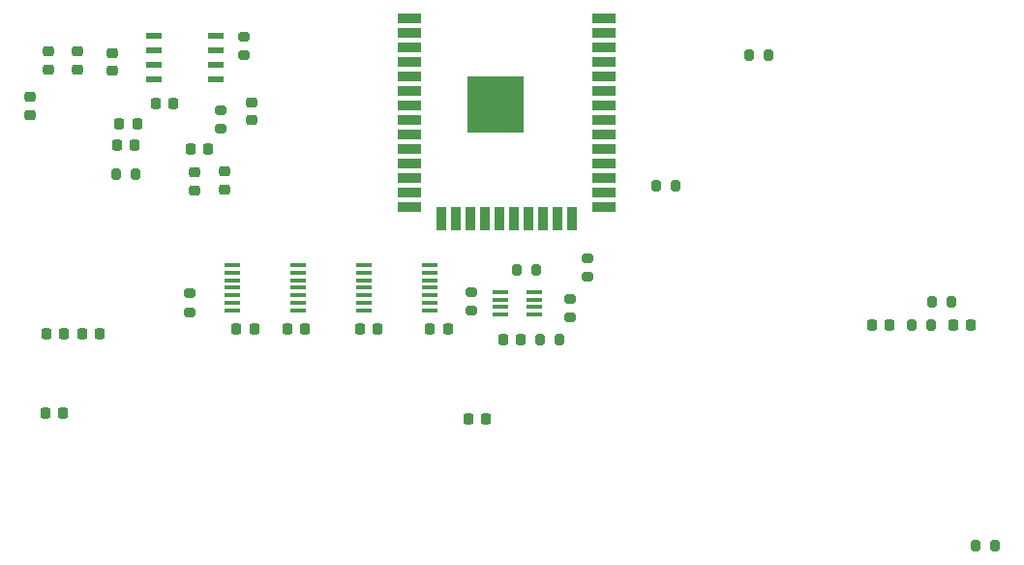
<source format=gbr>
%TF.GenerationSoftware,KiCad,Pcbnew,(6.0.1-0)*%
%TF.CreationDate,2022-03-27T10:04:36-07:00*%
%TF.ProjectId,CocktailMachine,436f636b-7461-4696-9c4d-616368696e65,rev?*%
%TF.SameCoordinates,Original*%
%TF.FileFunction,Paste,Top*%
%TF.FilePolarity,Positive*%
%FSLAX46Y46*%
G04 Gerber Fmt 4.6, Leading zero omitted, Abs format (unit mm)*
G04 Created by KiCad (PCBNEW (6.0.1-0)) date 2022-03-27 10:04:36*
%MOMM*%
%LPD*%
G01*
G04 APERTURE LIST*
G04 Aperture macros list*
%AMRoundRect*
0 Rectangle with rounded corners*
0 $1 Rounding radius*
0 $2 $3 $4 $5 $6 $7 $8 $9 X,Y pos of 4 corners*
0 Add a 4 corners polygon primitive as box body*
4,1,4,$2,$3,$4,$5,$6,$7,$8,$9,$2,$3,0*
0 Add four circle primitives for the rounded corners*
1,1,$1+$1,$2,$3*
1,1,$1+$1,$4,$5*
1,1,$1+$1,$6,$7*
1,1,$1+$1,$8,$9*
0 Add four rect primitives between the rounded corners*
20,1,$1+$1,$2,$3,$4,$5,0*
20,1,$1+$1,$4,$5,$6,$7,0*
20,1,$1+$1,$6,$7,$8,$9,0*
20,1,$1+$1,$8,$9,$2,$3,0*%
G04 Aperture macros list end*
%ADD10RoundRect,0.225000X-0.225000X-0.250000X0.225000X-0.250000X0.225000X0.250000X-0.225000X0.250000X0*%
%ADD11RoundRect,0.225000X0.225000X0.250000X-0.225000X0.250000X-0.225000X-0.250000X0.225000X-0.250000X0*%
%ADD12RoundRect,0.225000X-0.250000X0.225000X-0.250000X-0.225000X0.250000X-0.225000X0.250000X0.225000X0*%
%ADD13RoundRect,0.225000X0.250000X-0.225000X0.250000X0.225000X-0.250000X0.225000X-0.250000X-0.225000X0*%
%ADD14RoundRect,0.218750X-0.256250X0.218750X-0.256250X-0.218750X0.256250X-0.218750X0.256250X0.218750X0*%
%ADD15RoundRect,0.218750X0.256250X-0.218750X0.256250X0.218750X-0.256250X0.218750X-0.256250X-0.218750X0*%
%ADD16RoundRect,0.218750X-0.218750X-0.256250X0.218750X-0.256250X0.218750X0.256250X-0.218750X0.256250X0*%
%ADD17RoundRect,0.200000X0.200000X0.275000X-0.200000X0.275000X-0.200000X-0.275000X0.200000X-0.275000X0*%
%ADD18RoundRect,0.200000X0.275000X-0.200000X0.275000X0.200000X-0.275000X0.200000X-0.275000X-0.200000X0*%
%ADD19RoundRect,0.200000X-0.200000X-0.275000X0.200000X-0.275000X0.200000X0.275000X-0.200000X0.275000X0*%
%ADD20RoundRect,0.200000X-0.275000X0.200000X-0.275000X-0.200000X0.275000X-0.200000X0.275000X0.200000X0*%
%ADD21R,1.400000X0.350000*%
%ADD22R,1.450000X0.450000*%
%ADD23R,1.460500X0.533400*%
%ADD24R,2.000000X0.900000*%
%ADD25R,0.900000X2.000000*%
%ADD26R,5.000000X5.000000*%
G04 APERTURE END LIST*
D10*
%TO.C,C4*%
X91831000Y-91758000D03*
X93381000Y-91758000D03*
%TD*%
D11*
%TO.C,C5*%
X138189000Y-91440000D03*
X136639000Y-91440000D03*
%TD*%
D10*
%TO.C,C6*%
X104381000Y-92690000D03*
X105931000Y-92690000D03*
%TD*%
D11*
%TO.C,C7*%
X145301000Y-91440000D03*
X143751000Y-91440000D03*
%TD*%
D10*
%TO.C,C8*%
X97975000Y-91750000D03*
X99525000Y-91750000D03*
%TD*%
D11*
%TO.C,C9*%
X87031000Y-91758000D03*
X85481000Y-91758000D03*
%TD*%
D10*
%TO.C,C10*%
X81036000Y-91758000D03*
X82586000Y-91758000D03*
%TD*%
%TO.C,C11*%
X101330000Y-99599471D03*
X102880000Y-99599471D03*
%TD*%
D11*
%TO.C,C12*%
X65880000Y-99099471D03*
X64330000Y-99099471D03*
%TD*%
D12*
%TO.C,C14*%
X62958000Y-71455000D03*
X62958000Y-73005000D03*
%TD*%
D10*
%TO.C,C15*%
X64376000Y-92202000D03*
X65926000Y-92202000D03*
%TD*%
D13*
%TO.C,C16*%
X70168000Y-69123000D03*
X70168000Y-67573000D03*
%TD*%
%TO.C,C18*%
X82338000Y-73450000D03*
X82338000Y-71900000D03*
%TD*%
D11*
%TO.C,C19*%
X75493000Y-72040000D03*
X73943000Y-72040000D03*
%TD*%
D13*
%TO.C,C20*%
X77358000Y-79605000D03*
X77358000Y-78055000D03*
%TD*%
D10*
%TO.C,C21*%
X70599000Y-75692000D03*
X72149000Y-75692000D03*
%TD*%
D14*
%TO.C,D3*%
X67158000Y-67442500D03*
X67158000Y-69017500D03*
%TD*%
D15*
%TO.C,F1*%
X64558000Y-69017500D03*
X64558000Y-67442500D03*
%TD*%
D16*
%TO.C,L1*%
X77000500Y-75968000D03*
X78575500Y-75968000D03*
%TD*%
D14*
%TO.C,L2*%
X80010000Y-77952500D03*
X80010000Y-79527500D03*
%TD*%
D16*
%TO.C,L3*%
X70770500Y-73830000D03*
X72345500Y-73830000D03*
%TD*%
D17*
%TO.C,R1*%
X109283000Y-92710000D03*
X107633000Y-92710000D03*
%TD*%
D18*
%TO.C,R2*%
X101600000Y-90170000D03*
X101600000Y-88520000D03*
%TD*%
D19*
%TO.C,R3*%
X125921000Y-67818000D03*
X127571000Y-67818000D03*
%TD*%
%TO.C,R4*%
X117793000Y-79248000D03*
X119443000Y-79248000D03*
%TD*%
D17*
%TO.C,R9*%
X141795000Y-91440000D03*
X140145000Y-91440000D03*
%TD*%
%TO.C,R10*%
X143573000Y-89408000D03*
X141923000Y-89408000D03*
%TD*%
D18*
%TO.C,R11*%
X111760000Y-87185000D03*
X111760000Y-85535000D03*
%TD*%
D17*
%TO.C,R13*%
X72199000Y-78227000D03*
X70549000Y-78227000D03*
%TD*%
D18*
%TO.C,R14*%
X76962000Y-90291000D03*
X76962000Y-88641000D03*
%TD*%
D20*
%TO.C,R15*%
X81703000Y-66135000D03*
X81703000Y-67785000D03*
%TD*%
D18*
%TO.C,R16*%
X79693000Y-74253000D03*
X79693000Y-72603000D03*
%TD*%
%TO.C,R17*%
X110236000Y-90741000D03*
X110236000Y-89091000D03*
%TD*%
D17*
%TO.C,R18*%
X107251000Y-86614000D03*
X105601000Y-86614000D03*
%TD*%
D21*
%TO.C,U2*%
X97942000Y-90088000D03*
X97942000Y-89438000D03*
X97942000Y-88788000D03*
X97942000Y-88138000D03*
X97942000Y-87488000D03*
X97942000Y-86838000D03*
X97942000Y-86188000D03*
X92192000Y-86188000D03*
X92192000Y-86838000D03*
X92192000Y-87488000D03*
X92192000Y-88138000D03*
X92192000Y-88788000D03*
X92192000Y-89438000D03*
X92192000Y-90088000D03*
%TD*%
D22*
%TO.C,U3*%
X107090000Y-90461000D03*
X107090000Y-89811000D03*
X107090000Y-89161000D03*
X107090000Y-88511000D03*
X104140000Y-88511000D03*
X104140000Y-89161000D03*
X104140000Y-89811000D03*
X104140000Y-90461000D03*
%TD*%
D23*
%TO.C,U6*%
X73793850Y-66125000D03*
X73793850Y-67395000D03*
X73793850Y-68665000D03*
X73793850Y-69935000D03*
X79242150Y-69935000D03*
X79242150Y-68665000D03*
X79242150Y-67395000D03*
X79242150Y-66125000D03*
%TD*%
D19*
%TO.C,R12*%
X145733000Y-110744000D03*
X147383000Y-110744000D03*
%TD*%
D21*
%TO.C,U4*%
X86441000Y-90088000D03*
X86441000Y-89438000D03*
X86441000Y-88788000D03*
X86441000Y-88138000D03*
X86441000Y-87488000D03*
X86441000Y-86838000D03*
X86441000Y-86188000D03*
X80691000Y-86188000D03*
X80691000Y-86838000D03*
X80691000Y-87488000D03*
X80691000Y-88138000D03*
X80691000Y-88788000D03*
X80691000Y-89438000D03*
X80691000Y-90088000D03*
%TD*%
D11*
%TO.C,C13*%
X69101000Y-92202000D03*
X67551000Y-92202000D03*
%TD*%
D24*
%TO.C,U1*%
X96196000Y-64589000D03*
X96196000Y-65859000D03*
X96196000Y-67129000D03*
X96196000Y-68399000D03*
X96196000Y-69669000D03*
X96196000Y-70939000D03*
X96196000Y-72209000D03*
X96196000Y-73479000D03*
X96196000Y-74749000D03*
X96196000Y-76019000D03*
X96196000Y-77289000D03*
X96196000Y-78559000D03*
X96196000Y-79829000D03*
X96196000Y-81099000D03*
D25*
X98981000Y-82099000D03*
X100251000Y-82099000D03*
X101521000Y-82099000D03*
X102791000Y-82099000D03*
X104061000Y-82099000D03*
X105331000Y-82099000D03*
X106601000Y-82099000D03*
X107871000Y-82099000D03*
X109141000Y-82099000D03*
X110411000Y-82099000D03*
D24*
X113196000Y-81099000D03*
X113196000Y-79829000D03*
X113196000Y-78559000D03*
X113196000Y-77289000D03*
X113196000Y-76019000D03*
X113196000Y-74749000D03*
X113196000Y-73479000D03*
X113196000Y-72209000D03*
X113196000Y-70939000D03*
X113196000Y-69669000D03*
X113196000Y-68399000D03*
X113196000Y-67129000D03*
X113196000Y-65859000D03*
X113196000Y-64589000D03*
D26*
X103696000Y-72089000D03*
%TD*%
M02*

</source>
